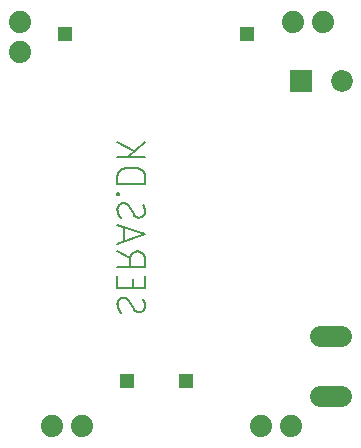
<source format=gbl>
G75*
%MOIN*%
%OFA0B0*%
%FSLAX25Y25*%
%IPPOS*%
%LPD*%
%AMOC8*
5,1,8,0,0,1.08239X$1,22.5*
%
%ADD10C,0.00800*%
%ADD11R,0.05150X0.05150*%
%ADD12C,0.07000*%
%ADD13R,0.07283X0.07283*%
%ADD14C,0.07283*%
%ADD15C,0.07400*%
D10*
X0042421Y0049818D02*
X0042511Y0049816D01*
X0042600Y0049810D01*
X0042690Y0049801D01*
X0042778Y0049787D01*
X0042867Y0049770D01*
X0042954Y0049748D01*
X0043040Y0049724D01*
X0043125Y0049695D01*
X0043209Y0049663D01*
X0043291Y0049627D01*
X0043372Y0049587D01*
X0043451Y0049544D01*
X0043528Y0049498D01*
X0043603Y0049449D01*
X0043676Y0049396D01*
X0043746Y0049340D01*
X0043814Y0049281D01*
X0043879Y0049220D01*
X0043942Y0049155D01*
X0044001Y0049088D01*
X0044058Y0049019D01*
X0044112Y0048947D01*
X0044162Y0048872D01*
X0044210Y0048796D01*
X0045743Y0045985D01*
X0049576Y0047007D02*
X0049574Y0047130D01*
X0049568Y0047254D01*
X0049558Y0047376D01*
X0049544Y0047499D01*
X0049527Y0047621D01*
X0049505Y0047742D01*
X0049479Y0047863D01*
X0049450Y0047983D01*
X0049416Y0048102D01*
X0049379Y0048219D01*
X0049338Y0048335D01*
X0049294Y0048450D01*
X0049246Y0048564D01*
X0049194Y0048676D01*
X0049138Y0048786D01*
X0049079Y0048894D01*
X0049017Y0049001D01*
X0048951Y0049105D01*
X0048882Y0049207D01*
X0048809Y0049307D01*
X0045743Y0045985D02*
X0045791Y0045909D01*
X0045841Y0045834D01*
X0045895Y0045762D01*
X0045952Y0045693D01*
X0046011Y0045626D01*
X0046074Y0045561D01*
X0046139Y0045500D01*
X0046207Y0045441D01*
X0046277Y0045385D01*
X0046350Y0045332D01*
X0046425Y0045283D01*
X0046502Y0045237D01*
X0046581Y0045194D01*
X0046662Y0045154D01*
X0046744Y0045118D01*
X0046828Y0045086D01*
X0046913Y0045057D01*
X0046999Y0045033D01*
X0047086Y0045011D01*
X0047175Y0044994D01*
X0047263Y0044980D01*
X0047353Y0044971D01*
X0047442Y0044965D01*
X0047532Y0044963D01*
X0047621Y0044965D01*
X0047710Y0044971D01*
X0047799Y0044980D01*
X0047887Y0044994D01*
X0047974Y0045011D01*
X0048061Y0045033D01*
X0048147Y0045058D01*
X0048231Y0045086D01*
X0048314Y0045119D01*
X0048396Y0045155D01*
X0048476Y0045194D01*
X0048554Y0045237D01*
X0048630Y0045283D01*
X0048704Y0045333D01*
X0048776Y0045385D01*
X0048846Y0045441D01*
X0048913Y0045500D01*
X0048977Y0045562D01*
X0049039Y0045626D01*
X0049098Y0045693D01*
X0049154Y0045763D01*
X0049206Y0045835D01*
X0049256Y0045909D01*
X0049302Y0045985D01*
X0049345Y0046063D01*
X0049384Y0046143D01*
X0049420Y0046225D01*
X0049453Y0046308D01*
X0049481Y0046392D01*
X0049506Y0046478D01*
X0049528Y0046565D01*
X0049545Y0046652D01*
X0049559Y0046740D01*
X0049568Y0046829D01*
X0049574Y0046918D01*
X0049576Y0047007D01*
X0041654Y0044707D02*
X0041565Y0044797D01*
X0041480Y0044890D01*
X0041397Y0044986D01*
X0041317Y0045083D01*
X0041239Y0045183D01*
X0041165Y0045285D01*
X0041094Y0045390D01*
X0041026Y0045496D01*
X0040961Y0045604D01*
X0040899Y0045714D01*
X0040840Y0045826D01*
X0040785Y0045940D01*
X0040733Y0046055D01*
X0040684Y0046171D01*
X0040639Y0046289D01*
X0040598Y0046408D01*
X0040559Y0046529D01*
X0040525Y0046650D01*
X0040494Y0046773D01*
X0040466Y0046896D01*
X0040442Y0047020D01*
X0040422Y0047145D01*
X0040406Y0047270D01*
X0040393Y0047396D01*
X0040383Y0047522D01*
X0040378Y0047648D01*
X0040376Y0047774D01*
X0040377Y0047774D02*
X0040379Y0047863D01*
X0040385Y0047952D01*
X0040394Y0048041D01*
X0040408Y0048129D01*
X0040425Y0048216D01*
X0040447Y0048303D01*
X0040472Y0048389D01*
X0040500Y0048473D01*
X0040533Y0048556D01*
X0040569Y0048638D01*
X0040608Y0048718D01*
X0040651Y0048796D01*
X0040697Y0048872D01*
X0040747Y0048946D01*
X0040799Y0049018D01*
X0040855Y0049088D01*
X0040914Y0049155D01*
X0040976Y0049219D01*
X0041040Y0049281D01*
X0041107Y0049340D01*
X0041177Y0049396D01*
X0041249Y0049448D01*
X0041323Y0049498D01*
X0041399Y0049544D01*
X0041477Y0049587D01*
X0041557Y0049626D01*
X0041639Y0049662D01*
X0041722Y0049695D01*
X0041806Y0049723D01*
X0041892Y0049748D01*
X0041979Y0049770D01*
X0042066Y0049787D01*
X0042154Y0049801D01*
X0042243Y0049810D01*
X0042332Y0049816D01*
X0042421Y0049818D01*
X0040376Y0052937D02*
X0049576Y0052937D01*
X0049576Y0057026D01*
X0049576Y0060076D02*
X0049576Y0062632D01*
X0049577Y0062632D02*
X0049575Y0062732D01*
X0049569Y0062833D01*
X0049559Y0062932D01*
X0049546Y0063032D01*
X0049528Y0063131D01*
X0049506Y0063229D01*
X0049481Y0063326D01*
X0049452Y0063422D01*
X0049419Y0063517D01*
X0049382Y0063610D01*
X0049342Y0063702D01*
X0049298Y0063792D01*
X0049251Y0063881D01*
X0049200Y0063968D01*
X0049146Y0064052D01*
X0049089Y0064134D01*
X0049028Y0064214D01*
X0048965Y0064292D01*
X0048898Y0064367D01*
X0048828Y0064439D01*
X0048756Y0064509D01*
X0048681Y0064576D01*
X0048603Y0064639D01*
X0048523Y0064700D01*
X0048441Y0064757D01*
X0048357Y0064811D01*
X0048270Y0064862D01*
X0048181Y0064909D01*
X0048091Y0064953D01*
X0047999Y0064993D01*
X0047906Y0065030D01*
X0047811Y0065063D01*
X0047715Y0065092D01*
X0047618Y0065117D01*
X0047520Y0065139D01*
X0047421Y0065157D01*
X0047321Y0065170D01*
X0047222Y0065180D01*
X0047121Y0065186D01*
X0047021Y0065188D01*
X0046921Y0065186D01*
X0046820Y0065180D01*
X0046721Y0065170D01*
X0046621Y0065157D01*
X0046522Y0065139D01*
X0046424Y0065117D01*
X0046327Y0065092D01*
X0046231Y0065063D01*
X0046136Y0065030D01*
X0046043Y0064993D01*
X0045951Y0064953D01*
X0045861Y0064909D01*
X0045772Y0064862D01*
X0045685Y0064811D01*
X0045601Y0064757D01*
X0045519Y0064700D01*
X0045439Y0064639D01*
X0045361Y0064576D01*
X0045286Y0064509D01*
X0045214Y0064439D01*
X0045144Y0064367D01*
X0045077Y0064292D01*
X0045014Y0064214D01*
X0044953Y0064134D01*
X0044896Y0064052D01*
X0044842Y0063968D01*
X0044791Y0063881D01*
X0044744Y0063792D01*
X0044700Y0063702D01*
X0044660Y0063610D01*
X0044623Y0063517D01*
X0044590Y0063422D01*
X0044561Y0063326D01*
X0044536Y0063229D01*
X0044514Y0063131D01*
X0044496Y0063032D01*
X0044483Y0062932D01*
X0044473Y0062833D01*
X0044467Y0062732D01*
X0044465Y0062632D01*
X0044465Y0060076D01*
X0044465Y0063143D02*
X0040376Y0065187D01*
X0040376Y0067760D02*
X0049576Y0070827D01*
X0040376Y0073893D01*
X0042676Y0073127D02*
X0042676Y0068527D01*
X0040376Y0060076D02*
X0049576Y0060076D01*
X0045487Y0056003D02*
X0045487Y0052937D01*
X0040376Y0052937D02*
X0040376Y0057026D01*
X0045743Y0077495D02*
X0044210Y0080306D01*
X0040376Y0079284D02*
X0040378Y0079158D01*
X0040383Y0079032D01*
X0040393Y0078906D01*
X0040406Y0078780D01*
X0040422Y0078655D01*
X0040442Y0078530D01*
X0040466Y0078406D01*
X0040494Y0078283D01*
X0040525Y0078160D01*
X0040559Y0078039D01*
X0040598Y0077918D01*
X0040639Y0077799D01*
X0040684Y0077681D01*
X0040733Y0077565D01*
X0040785Y0077450D01*
X0040840Y0077336D01*
X0040899Y0077224D01*
X0040961Y0077114D01*
X0041026Y0077006D01*
X0041094Y0076900D01*
X0041165Y0076795D01*
X0041239Y0076693D01*
X0041317Y0076593D01*
X0041397Y0076496D01*
X0041480Y0076400D01*
X0041565Y0076307D01*
X0041654Y0076217D01*
X0044210Y0080306D02*
X0044162Y0080382D01*
X0044112Y0080457D01*
X0044058Y0080529D01*
X0044001Y0080598D01*
X0043942Y0080665D01*
X0043879Y0080730D01*
X0043814Y0080791D01*
X0043746Y0080850D01*
X0043676Y0080906D01*
X0043603Y0080959D01*
X0043528Y0081008D01*
X0043451Y0081054D01*
X0043372Y0081097D01*
X0043291Y0081137D01*
X0043209Y0081173D01*
X0043125Y0081205D01*
X0043040Y0081234D01*
X0042954Y0081258D01*
X0042867Y0081280D01*
X0042778Y0081297D01*
X0042690Y0081311D01*
X0042600Y0081320D01*
X0042511Y0081326D01*
X0042421Y0081328D01*
X0042332Y0081326D01*
X0042243Y0081320D01*
X0042154Y0081311D01*
X0042066Y0081297D01*
X0041979Y0081280D01*
X0041892Y0081258D01*
X0041806Y0081233D01*
X0041722Y0081205D01*
X0041639Y0081172D01*
X0041557Y0081136D01*
X0041477Y0081097D01*
X0041399Y0081054D01*
X0041323Y0081008D01*
X0041249Y0080958D01*
X0041177Y0080906D01*
X0041107Y0080850D01*
X0041040Y0080791D01*
X0040976Y0080729D01*
X0040914Y0080665D01*
X0040855Y0080598D01*
X0040799Y0080528D01*
X0040747Y0080456D01*
X0040697Y0080382D01*
X0040651Y0080306D01*
X0040608Y0080228D01*
X0040569Y0080148D01*
X0040533Y0080066D01*
X0040500Y0079983D01*
X0040472Y0079899D01*
X0040447Y0079813D01*
X0040425Y0079726D01*
X0040408Y0079639D01*
X0040394Y0079551D01*
X0040385Y0079462D01*
X0040379Y0079373D01*
X0040377Y0079284D01*
X0040376Y0083997D02*
X0040376Y0084508D01*
X0040887Y0084508D01*
X0040887Y0083997D01*
X0040376Y0083997D01*
X0040376Y0087725D02*
X0040376Y0090281D01*
X0040378Y0090381D01*
X0040384Y0090482D01*
X0040394Y0090581D01*
X0040407Y0090681D01*
X0040425Y0090780D01*
X0040447Y0090878D01*
X0040472Y0090975D01*
X0040501Y0091071D01*
X0040534Y0091166D01*
X0040571Y0091259D01*
X0040611Y0091351D01*
X0040655Y0091441D01*
X0040702Y0091530D01*
X0040753Y0091617D01*
X0040807Y0091701D01*
X0040864Y0091783D01*
X0040925Y0091863D01*
X0040988Y0091941D01*
X0041055Y0092016D01*
X0041125Y0092088D01*
X0041197Y0092158D01*
X0041272Y0092225D01*
X0041350Y0092288D01*
X0041430Y0092349D01*
X0041512Y0092406D01*
X0041596Y0092460D01*
X0041683Y0092511D01*
X0041772Y0092558D01*
X0041862Y0092602D01*
X0041954Y0092642D01*
X0042047Y0092679D01*
X0042142Y0092712D01*
X0042238Y0092741D01*
X0042335Y0092766D01*
X0042433Y0092788D01*
X0042532Y0092806D01*
X0042632Y0092819D01*
X0042731Y0092829D01*
X0042832Y0092835D01*
X0042932Y0092837D01*
X0042932Y0092836D02*
X0047021Y0092836D01*
X0047021Y0092837D02*
X0047121Y0092835D01*
X0047222Y0092829D01*
X0047321Y0092819D01*
X0047421Y0092806D01*
X0047520Y0092788D01*
X0047618Y0092766D01*
X0047715Y0092741D01*
X0047811Y0092712D01*
X0047906Y0092679D01*
X0047999Y0092642D01*
X0048091Y0092602D01*
X0048181Y0092558D01*
X0048270Y0092511D01*
X0048357Y0092460D01*
X0048441Y0092406D01*
X0048523Y0092349D01*
X0048603Y0092288D01*
X0048681Y0092225D01*
X0048756Y0092158D01*
X0048828Y0092088D01*
X0048898Y0092016D01*
X0048965Y0091941D01*
X0049028Y0091863D01*
X0049089Y0091783D01*
X0049146Y0091701D01*
X0049200Y0091617D01*
X0049251Y0091530D01*
X0049298Y0091441D01*
X0049342Y0091351D01*
X0049382Y0091259D01*
X0049419Y0091166D01*
X0049452Y0091071D01*
X0049481Y0090975D01*
X0049506Y0090878D01*
X0049528Y0090780D01*
X0049546Y0090681D01*
X0049559Y0090581D01*
X0049569Y0090482D01*
X0049575Y0090381D01*
X0049577Y0090281D01*
X0049576Y0090281D02*
X0049576Y0087725D01*
X0040376Y0087725D01*
X0040376Y0096551D02*
X0049576Y0096551D01*
X0045999Y0098596D02*
X0040376Y0101662D01*
X0043954Y0096551D02*
X0049576Y0101662D01*
X0045743Y0077495D02*
X0045791Y0077419D01*
X0045841Y0077344D01*
X0045895Y0077272D01*
X0045952Y0077203D01*
X0046011Y0077136D01*
X0046074Y0077071D01*
X0046139Y0077010D01*
X0046207Y0076951D01*
X0046277Y0076895D01*
X0046350Y0076842D01*
X0046425Y0076793D01*
X0046502Y0076747D01*
X0046581Y0076704D01*
X0046662Y0076664D01*
X0046744Y0076628D01*
X0046828Y0076596D01*
X0046913Y0076567D01*
X0046999Y0076543D01*
X0047086Y0076521D01*
X0047175Y0076504D01*
X0047263Y0076490D01*
X0047353Y0076481D01*
X0047442Y0076475D01*
X0047532Y0076473D01*
X0047621Y0076475D01*
X0047710Y0076481D01*
X0047799Y0076490D01*
X0047887Y0076504D01*
X0047974Y0076521D01*
X0048061Y0076543D01*
X0048147Y0076568D01*
X0048231Y0076596D01*
X0048314Y0076629D01*
X0048396Y0076665D01*
X0048476Y0076704D01*
X0048554Y0076747D01*
X0048630Y0076793D01*
X0048704Y0076843D01*
X0048776Y0076895D01*
X0048846Y0076951D01*
X0048913Y0077010D01*
X0048977Y0077072D01*
X0049039Y0077136D01*
X0049098Y0077203D01*
X0049154Y0077273D01*
X0049206Y0077345D01*
X0049256Y0077419D01*
X0049302Y0077495D01*
X0049345Y0077573D01*
X0049384Y0077653D01*
X0049420Y0077735D01*
X0049453Y0077818D01*
X0049481Y0077902D01*
X0049506Y0077988D01*
X0049528Y0078075D01*
X0049545Y0078162D01*
X0049559Y0078250D01*
X0049568Y0078339D01*
X0049574Y0078428D01*
X0049576Y0078517D01*
X0049574Y0078640D01*
X0049568Y0078764D01*
X0049558Y0078886D01*
X0049544Y0079009D01*
X0049527Y0079131D01*
X0049505Y0079252D01*
X0049479Y0079373D01*
X0049450Y0079493D01*
X0049416Y0079612D01*
X0049379Y0079729D01*
X0049338Y0079845D01*
X0049294Y0079960D01*
X0049246Y0080074D01*
X0049194Y0080186D01*
X0049138Y0080296D01*
X0049079Y0080404D01*
X0049017Y0080511D01*
X0048951Y0080615D01*
X0048882Y0080717D01*
X0048809Y0080817D01*
D11*
X0022969Y0137614D03*
X0083598Y0137614D03*
X0063126Y0021866D03*
X0043441Y0021866D03*
D12*
X0107736Y0017063D02*
X0114736Y0017063D01*
X0114736Y0037063D02*
X0107736Y0037063D01*
D13*
X0101394Y0122063D03*
D14*
X0115173Y0122063D03*
D15*
X0018717Y0006906D03*
X0028717Y0006906D03*
X0088283Y0007063D03*
X0098283Y0007063D03*
X0007795Y0131630D03*
X0007795Y0141630D03*
X0099031Y0141551D03*
X0109031Y0141551D03*
M02*

</source>
